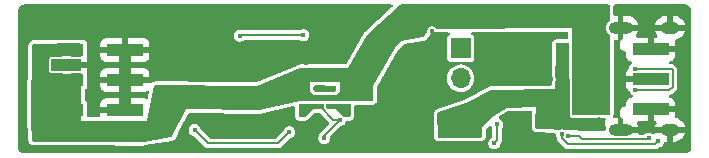
<source format=gbr>
%TF.GenerationSoftware,KiCad,Pcbnew,9.0.0*%
%TF.CreationDate,2025-04-21T19:14:20+02:00*%
%TF.ProjectId,HUSB238_3.3V_Version,48555342-3233-4385-9f33-2e33565f5665,rev?*%
%TF.SameCoordinates,Original*%
%TF.FileFunction,Copper,L2,Bot*%
%TF.FilePolarity,Positive*%
%FSLAX46Y46*%
G04 Gerber Fmt 4.6, Leading zero omitted, Abs format (unit mm)*
G04 Created by KiCad (PCBNEW 9.0.0) date 2025-04-21 19:14:20*
%MOMM*%
%LPD*%
G01*
G04 APERTURE LIST*
%TA.AperFunction,HeatsinkPad*%
%ADD10O,2.100000X1.000000*%
%TD*%
%TA.AperFunction,HeatsinkPad*%
%ADD11O,1.600000X1.000000*%
%TD*%
%TA.AperFunction,ComponentPad*%
%ADD12C,0.300000*%
%TD*%
%TA.AperFunction,ComponentPad*%
%ADD13R,2.500000X1.000000*%
%TD*%
%TA.AperFunction,ComponentPad*%
%ADD14R,1.700000X1.700000*%
%TD*%
%TA.AperFunction,ComponentPad*%
%ADD15O,1.700000X1.700000*%
%TD*%
%TA.AperFunction,SMDPad,CuDef*%
%ADD16R,3.150000X1.000000*%
%TD*%
%TA.AperFunction,ViaPad*%
%ADD17C,0.400000*%
%TD*%
%TA.AperFunction,ViaPad*%
%ADD18C,0.600000*%
%TD*%
%TA.AperFunction,ViaPad*%
%ADD19C,0.700000*%
%TD*%
%TA.AperFunction,ViaPad*%
%ADD20C,1.200000*%
%TD*%
%TA.AperFunction,ViaPad*%
%ADD21C,1.000000*%
%TD*%
%TA.AperFunction,ViaPad*%
%ADD22C,0.800000*%
%TD*%
%TA.AperFunction,Conductor*%
%ADD23C,0.200000*%
%TD*%
%TA.AperFunction,Conductor*%
%ADD24C,1.000000*%
%TD*%
G04 APERTURE END LIST*
D10*
%TO.P,J9,S1,SHIELD*%
%TO.N,GND*%
X156505750Y-117325000D03*
D11*
X160685750Y-117325000D03*
D10*
X156505750Y-108685000D03*
D11*
X160685750Y-108685000D03*
%TD*%
D12*
%TO.P,U1,1,OUT*%
%TO.N,VCC*%
X131060000Y-114650000D03*
%TO.P,U1,2,IN2*%
%TO.N,+3.3V*%
X131060000Y-115350000D03*
%TO.P,U1,7,IN1*%
%TO.N,VDD*%
X131860000Y-115350000D03*
%TO.P,U1,8,OUT*%
%TO.N,VCC*%
X131860000Y-114650000D03*
%TD*%
D13*
%TO.P,J4,1,Pin_1*%
%TO.N,GND*%
X109600000Y-111820000D03*
%TO.P,J4,2,Pin_2*%
%TO.N,VCC*%
X109600000Y-114360000D03*
%TD*%
D14*
%TO.P,N21,1,Pin_1*%
%TO.N,SDA 1*%
X142975750Y-110425000D03*
D15*
%TO.P,N21,2,Pin_2*%
%TO.N,SCL 1*%
X142975750Y-112965000D03*
%TD*%
D16*
%TO.P,J2,1,Pin_1*%
%TO.N,GND*%
X114550000Y-110550000D03*
%TO.P,J2,2,Pin_2*%
%TO.N,VCC*%
X109500000Y-110550000D03*
%TO.P,J2,3,Pin_3*%
%TO.N,GND*%
X114550000Y-113090000D03*
%TO.P,J2,4,Pin_4*%
%TO.N,VCC*%
X109500000Y-113090000D03*
%TO.P,J2,5,Pin_5*%
%TO.N,GND*%
X114550000Y-115630000D03*
%TO.P,J2,6,Pin_6*%
%TO.N,VCC*%
X109500000Y-115630000D03*
%TD*%
%TO.P,J3,1,Pin_1*%
%TO.N,GND*%
X159050000Y-110520000D03*
%TO.P,J3,2,Pin_2*%
%TO.N,VCC*%
X154000000Y-110520000D03*
%TO.P,J3,3,Pin_3*%
%TO.N,GND*%
X159050000Y-113060000D03*
%TO.P,J3,4,Pin_4*%
%TO.N,VCC*%
X154000000Y-113060000D03*
%TO.P,J3,5,Pin_5*%
%TO.N,GND*%
X159050000Y-115600000D03*
%TO.P,J3,6,Pin_6*%
%TO.N,VCC*%
X154000000Y-115600000D03*
%TD*%
D17*
%TO.N,GND*%
X140550000Y-108960000D03*
D18*
X159920000Y-113060000D03*
D17*
X132360000Y-118395000D03*
X130710000Y-113850000D03*
X149680000Y-111835000D03*
X113602500Y-107850000D03*
X130470000Y-118395000D03*
X146355000Y-113360000D03*
X150630000Y-113060000D03*
X129840000Y-111630000D03*
D18*
X159050000Y-110520000D03*
D17*
X132210000Y-113850000D03*
D18*
X138880000Y-113210000D03*
X136200000Y-113950000D03*
X159710000Y-115600000D03*
X148393250Y-116877500D03*
D17*
X135750000Y-117490000D03*
D19*
%TO.N,VDD*%
X133150000Y-115600000D03*
%TO.N,+3.3V*%
X129700000Y-115700000D03*
D17*
X132752645Y-116489807D03*
X131420000Y-118030000D03*
D20*
%TO.N,/VBUS*%
X141802875Y-116972125D03*
D17*
X120440000Y-117340000D03*
X128450000Y-117525000D03*
D21*
X154717043Y-116783290D03*
X151620000Y-110490000D03*
D20*
%TO.N,VCC*%
X117875000Y-114625000D03*
D19*
X133150000Y-114300000D03*
X129700000Y-114300000D03*
D22*
X138950000Y-108610000D03*
D17*
%TO.N,Net-(J9-D+-PadA6)*%
X157720000Y-112159998D03*
X157770000Y-113960002D03*
%TO.N,Net-(J9-CC1)*%
X159700000Y-118290000D03*
X151540000Y-117673727D03*
%TO.N,Net-(J9-CC2)*%
X152100382Y-117888144D03*
X158900000Y-118060000D03*
%TO.N,Net-(R15-Pad2)*%
X124255750Y-109365000D03*
X129652500Y-109300000D03*
%TO.N,Net-(U3-VSET)*%
X146055750Y-116875000D03*
X145800000Y-118480000D03*
%TD*%
D23*
%TO.N,GND*%
X150630000Y-113060000D02*
X150630000Y-112785000D01*
X142650000Y-111700000D02*
X143300000Y-111700000D01*
X143300000Y-111700000D02*
X143325000Y-111725000D01*
X150630000Y-112785000D02*
X149680000Y-111835000D01*
D24*
X114550000Y-115630000D02*
X114550000Y-110550000D01*
D23*
%TO.N,+3.3V*%
X131420000Y-118030000D02*
X131420000Y-117822452D01*
X131420000Y-117822452D02*
X132752645Y-116489807D01*
X132752645Y-116489807D02*
X132199807Y-116489807D01*
X132199807Y-116489807D02*
X131060000Y-115350000D01*
%TO.N,/VBUS*%
X121580000Y-118480000D02*
X127495000Y-118480000D01*
X120440000Y-117340000D02*
X121580000Y-118480000D01*
X127495000Y-118480000D02*
X128450000Y-117525000D01*
%TO.N,Net-(J9-D+-PadA6)*%
X160649998Y-113960002D02*
X157770000Y-113960002D01*
X157720002Y-112160000D02*
X160827000Y-112160000D01*
X157720000Y-112159998D02*
X157720002Y-112160000D01*
X160926000Y-113684000D02*
X160649998Y-113960002D01*
X160926000Y-112259000D02*
X160926000Y-113684000D01*
X160827000Y-112160000D02*
X160926000Y-112259000D01*
%TO.N,Net-(J9-CC1)*%
X151540000Y-117673727D02*
X151510541Y-117703186D01*
X159429000Y-118561000D02*
X159700000Y-118290000D01*
X151510541Y-117703186D02*
X151510541Y-118021600D01*
X151510541Y-118021600D02*
X152049941Y-118561000D01*
X152049941Y-118561000D02*
X159429000Y-118561000D01*
%TO.N,Net-(J9-CC2)*%
X153215271Y-118126000D02*
X158834000Y-118126000D01*
X152100382Y-117888144D02*
X152977415Y-117888144D01*
X158834000Y-118126000D02*
X158900000Y-118060000D01*
X152977415Y-117888144D02*
X153215271Y-118126000D01*
%TO.N,Net-(R15-Pad2)*%
X124320750Y-109300000D02*
X124255750Y-109365000D01*
X129652500Y-109300000D02*
X124320750Y-109300000D01*
%TO.N,Net-(U3-VSET)*%
X146055750Y-118224250D02*
X145800000Y-118480000D01*
X146055750Y-116875000D02*
X146055750Y-118224250D01*
%TD*%
%TA.AperFunction,Conductor*%
%TO.N,VCC*%
G36*
X132750000Y-114897489D02*
G01*
X132734952Y-114895793D01*
X132725468Y-114895260D01*
X132711931Y-114894500D01*
X131689500Y-114894500D01*
X131673113Y-114896262D01*
X131645822Y-114899196D01*
X131644755Y-114899369D01*
X131636916Y-114900000D01*
X131343475Y-114900000D01*
X131333915Y-114899058D01*
X131311003Y-114894500D01*
X131311000Y-114894500D01*
X130251565Y-114894500D01*
X130247578Y-114894611D01*
X130240783Y-114894802D01*
X130240775Y-114894802D01*
X130240046Y-114894823D01*
X130234560Y-114895131D01*
X130223321Y-114896072D01*
X130222971Y-114896111D01*
X130222858Y-114896136D01*
X130222720Y-114896146D01*
X130222720Y-114896140D01*
X130222545Y-114896159D01*
X130222487Y-114896164D01*
X130221738Y-114896247D01*
X130221634Y-114896262D01*
X130200048Y-114898694D01*
X130200000Y-114898699D01*
X130200000Y-114060869D01*
X130460000Y-114400000D01*
X132459999Y-114400000D01*
X132460000Y-114400000D01*
X132750000Y-114052221D01*
X132750000Y-114897489D01*
G37*
%TD.AperFunction*%
%TD*%
%TA.AperFunction,Conductor*%
%TO.N,+3.3V*%
G36*
X131345648Y-115114352D02*
G01*
X131360000Y-115149000D01*
X131360000Y-115551000D01*
X131345648Y-115585648D01*
X131311000Y-115600000D01*
X130460000Y-115600000D01*
X129889505Y-116148552D01*
X129798226Y-116236321D01*
X129764264Y-116250000D01*
X129309000Y-116250000D01*
X129274352Y-116235648D01*
X129260000Y-116201000D01*
X129260000Y-115174419D01*
X129265340Y-115161526D01*
X129267861Y-115147799D01*
X129272292Y-115144742D01*
X129274352Y-115139771D01*
X129298730Y-115126508D01*
X129391692Y-115106588D01*
X129401959Y-115105500D01*
X130200001Y-115105500D01*
X130209159Y-115104468D01*
X130245728Y-115100348D01*
X130245729Y-115100347D01*
X130246079Y-115100308D01*
X130251565Y-115100000D01*
X131311000Y-115100000D01*
X131345648Y-115114352D01*
G37*
%TD.AperFunction*%
%TD*%
%TA.AperFunction,Conductor*%
%TO.N,VDD*%
G36*
X132739526Y-115103110D02*
G01*
X132749992Y-115105499D01*
X132750000Y-115105500D01*
X133536000Y-115105500D01*
X133603039Y-115125185D01*
X133648794Y-115177989D01*
X133660000Y-115229500D01*
X133660000Y-116126000D01*
X133640315Y-116193039D01*
X133587511Y-116238794D01*
X133536000Y-116250000D01*
X133137792Y-116250000D01*
X133070753Y-116230315D01*
X133048409Y-116211945D01*
X132460001Y-115600000D01*
X132460000Y-115600000D01*
X131786333Y-115600000D01*
X131756892Y-115591355D01*
X131726906Y-115584832D01*
X131721890Y-115581077D01*
X131719294Y-115580315D01*
X131698652Y-115563681D01*
X131601819Y-115466848D01*
X131568334Y-115405525D01*
X131565500Y-115379167D01*
X131565500Y-115224000D01*
X131585185Y-115156961D01*
X131637989Y-115111206D01*
X131689500Y-115100000D01*
X132711931Y-115100000D01*
X132739526Y-115103110D01*
G37*
%TD.AperFunction*%
%TD*%
%TA.AperFunction,Conductor*%
%TO.N,GND*%
G36*
X137159654Y-106727292D02*
G01*
X137205409Y-106780096D01*
X137215353Y-106849254D01*
X137186328Y-106912810D01*
X137176108Y-106923285D01*
X134883500Y-109011194D01*
X134851358Y-109045333D01*
X134851354Y-109045336D01*
X134827530Y-109074891D01*
X134800993Y-109113544D01*
X134800988Y-109113552D01*
X133653913Y-111094868D01*
X133307048Y-111694000D01*
X133284684Y-111732628D01*
X133234059Y-111780783D01*
X133177371Y-111794500D01*
X129364468Y-111794500D01*
X129302580Y-111800834D01*
X129253384Y-111811011D01*
X129240476Y-111814500D01*
X129218025Y-111820568D01*
X129218024Y-111820568D01*
X129218022Y-111820569D01*
X129119973Y-111875254D01*
X129113226Y-111880863D01*
X129080824Y-111900307D01*
X125688775Y-113284817D01*
X125641199Y-113294010D01*
X120068884Y-113261799D01*
X120020837Y-113251810D01*
X119994834Y-113240688D01*
X119921974Y-113224443D01*
X119921820Y-113224417D01*
X119889452Y-113219014D01*
X119889445Y-113219013D01*
X119889438Y-113219012D01*
X119889440Y-113219012D01*
X119862909Y-113216044D01*
X119862888Y-113216042D01*
X119830035Y-113214152D01*
X119829995Y-113214151D01*
X119829990Y-113214151D01*
X119724241Y-113213783D01*
X117151519Y-113204849D01*
X117151494Y-113204850D01*
X117118051Y-113206571D01*
X117118039Y-113206572D01*
X117091078Y-113209448D01*
X117083261Y-113210384D01*
X116976571Y-113245357D01*
X116915320Y-113278943D01*
X116915307Y-113278951D01*
X116864650Y-113313782D01*
X116832105Y-113353794D01*
X116774531Y-113393380D01*
X116704695Y-113395555D01*
X116648229Y-113363229D01*
X116625000Y-113340000D01*
X114800000Y-113340000D01*
X114800000Y-114090000D01*
X116172828Y-114090000D01*
X116172844Y-114089999D01*
X116232372Y-114083598D01*
X116232379Y-114083596D01*
X116367086Y-114033354D01*
X116367090Y-114033352D01*
X116408744Y-114002169D01*
X116474208Y-113977750D01*
X116542481Y-113992600D01*
X116591888Y-114042004D01*
X116606741Y-114110277D01*
X116604270Y-114127578D01*
X116505231Y-114586760D01*
X116471854Y-114648142D01*
X116410590Y-114681735D01*
X116340890Y-114676874D01*
X116340685Y-114676798D01*
X116232380Y-114636403D01*
X116232372Y-114636401D01*
X116172844Y-114630000D01*
X114800000Y-114630000D01*
X114800000Y-115506000D01*
X114780315Y-115573039D01*
X114727511Y-115618794D01*
X114676000Y-115630000D01*
X114550000Y-115630000D01*
X114550000Y-115756000D01*
X114530315Y-115823039D01*
X114477511Y-115868794D01*
X114426000Y-115880000D01*
X112475000Y-115880000D01*
X112475000Y-116155051D01*
X112455315Y-116222090D01*
X112402511Y-116267845D01*
X112351447Y-116279050D01*
X111499946Y-116282119D01*
X111432836Y-116262676D01*
X111386891Y-116210038D01*
X111375499Y-116158124D01*
X111375499Y-115085136D01*
X111375499Y-115085130D01*
X111375154Y-115082155D01*
X112475000Y-115082155D01*
X112475000Y-115380000D01*
X114300000Y-115380000D01*
X114300000Y-114630000D01*
X112927155Y-114630000D01*
X112867627Y-114636401D01*
X112867620Y-114636403D01*
X112732913Y-114686645D01*
X112732906Y-114686649D01*
X112617812Y-114772809D01*
X112617809Y-114772812D01*
X112531649Y-114887906D01*
X112531645Y-114887913D01*
X112481403Y-115022620D01*
X112481401Y-115022627D01*
X112475000Y-115082155D01*
X111375154Y-115082155D01*
X111372586Y-115060012D01*
X111372585Y-115060010D01*
X111372585Y-115060009D01*
X111327206Y-114957235D01*
X111247765Y-114877794D01*
X111227781Y-114868970D01*
X111174405Y-114823884D01*
X111153878Y-114757098D01*
X111153869Y-114754971D01*
X111157483Y-113962300D01*
X111177473Y-113895353D01*
X111230485Y-113849839D01*
X111231084Y-113849570D01*
X111247765Y-113842206D01*
X111327206Y-113762765D01*
X111372585Y-113659991D01*
X111375154Y-113637844D01*
X112475000Y-113637844D01*
X112481401Y-113697372D01*
X112481403Y-113697379D01*
X112531645Y-113832086D01*
X112531649Y-113832093D01*
X112617809Y-113947187D01*
X112617812Y-113947190D01*
X112732906Y-114033350D01*
X112732913Y-114033354D01*
X112867620Y-114083596D01*
X112867627Y-114083598D01*
X112927155Y-114089999D01*
X112927172Y-114090000D01*
X114300000Y-114090000D01*
X114300000Y-113340000D01*
X112475000Y-113340000D01*
X112475000Y-113637844D01*
X111375154Y-113637844D01*
X111375500Y-113634865D01*
X111375499Y-113072506D01*
X111375499Y-112556739D01*
X111375499Y-112545136D01*
X111375153Y-112542155D01*
X112475000Y-112542155D01*
X112475000Y-112840000D01*
X114300000Y-112840000D01*
X114800000Y-112840000D01*
X116625000Y-112840000D01*
X116625000Y-112542172D01*
X116624999Y-112542155D01*
X116618598Y-112482627D01*
X116618596Y-112482620D01*
X116568354Y-112347913D01*
X116568350Y-112347906D01*
X116482190Y-112232812D01*
X116482187Y-112232809D01*
X116367093Y-112146649D01*
X116367086Y-112146645D01*
X116232379Y-112096403D01*
X116232372Y-112096401D01*
X116172844Y-112090000D01*
X114800000Y-112090000D01*
X114800000Y-112840000D01*
X114300000Y-112840000D01*
X114300000Y-112090000D01*
X112927155Y-112090000D01*
X112867627Y-112096401D01*
X112867620Y-112096403D01*
X112732913Y-112146645D01*
X112732906Y-112146649D01*
X112617812Y-112232809D01*
X112617809Y-112232812D01*
X112531649Y-112347906D01*
X112531645Y-112347913D01*
X112481403Y-112482620D01*
X112481401Y-112482627D01*
X112475000Y-112542155D01*
X111375153Y-112542155D01*
X111372585Y-112520009D01*
X111351207Y-112471594D01*
X111348859Y-112463361D01*
X111349014Y-112443098D01*
X111344812Y-112416086D01*
X111349999Y-112367844D01*
X111350000Y-112367827D01*
X111350000Y-112070000D01*
X110090748Y-112070000D01*
X110112518Y-112032292D01*
X110150000Y-111892409D01*
X110150000Y-111747591D01*
X110112518Y-111607708D01*
X110090748Y-111570000D01*
X111350000Y-111570000D01*
X111350000Y-111272172D01*
X111349999Y-111272155D01*
X111344812Y-111223914D01*
X111354667Y-111160571D01*
X111372585Y-111119991D01*
X111375154Y-111097844D01*
X112475000Y-111097844D01*
X112481401Y-111157372D01*
X112481403Y-111157379D01*
X112531645Y-111292086D01*
X112531649Y-111292093D01*
X112617809Y-111407187D01*
X112617812Y-111407190D01*
X112732906Y-111493350D01*
X112732913Y-111493354D01*
X112867620Y-111543596D01*
X112867627Y-111543598D01*
X112927155Y-111549999D01*
X112927172Y-111550000D01*
X114300000Y-111550000D01*
X114800000Y-111550000D01*
X116172828Y-111550000D01*
X116172844Y-111549999D01*
X116232372Y-111543598D01*
X116232379Y-111543596D01*
X116367086Y-111493354D01*
X116367093Y-111493350D01*
X116482187Y-111407190D01*
X116482190Y-111407187D01*
X116568350Y-111292093D01*
X116568354Y-111292086D01*
X116618596Y-111157379D01*
X116618598Y-111157372D01*
X116624999Y-111097844D01*
X116625000Y-111097827D01*
X116625000Y-110800000D01*
X114800000Y-110800000D01*
X114800000Y-111550000D01*
X114300000Y-111550000D01*
X114300000Y-110800000D01*
X112475000Y-110800000D01*
X112475000Y-111097844D01*
X111375154Y-111097844D01*
X111375500Y-111094865D01*
X111375499Y-110520000D01*
X111375499Y-110005130D01*
X111375154Y-110002155D01*
X112475000Y-110002155D01*
X112475000Y-110300000D01*
X114300000Y-110300000D01*
X114800000Y-110300000D01*
X116625000Y-110300000D01*
X116625000Y-110002172D01*
X116624999Y-110002155D01*
X116618598Y-109942627D01*
X116618596Y-109942620D01*
X116568354Y-109807913D01*
X116568350Y-109807906D01*
X116482190Y-109692812D01*
X116482187Y-109692809D01*
X116367093Y-109606649D01*
X116367086Y-109606645D01*
X116232379Y-109556403D01*
X116232372Y-109556401D01*
X116172844Y-109550000D01*
X114800000Y-109550000D01*
X114800000Y-110300000D01*
X114300000Y-110300000D01*
X114300000Y-109550000D01*
X112927155Y-109550000D01*
X112867627Y-109556401D01*
X112867620Y-109556403D01*
X112732913Y-109606645D01*
X112732906Y-109606649D01*
X112617812Y-109692809D01*
X112617809Y-109692812D01*
X112531649Y-109807906D01*
X112531645Y-109807913D01*
X112481403Y-109942620D01*
X112481401Y-109942627D01*
X112475000Y-110002155D01*
X111375154Y-110002155D01*
X111372586Y-109980012D01*
X111372585Y-109980010D01*
X111372585Y-109980009D01*
X111327206Y-109877235D01*
X111247765Y-109797794D01*
X111227441Y-109788820D01*
X111144992Y-109752415D01*
X111119868Y-109749500D01*
X111119865Y-109749500D01*
X110950381Y-109749500D01*
X110900320Y-109737755D01*
X110900081Y-109738377D01*
X110895603Y-109736648D01*
X110895234Y-109736562D01*
X110894730Y-109736312D01*
X110894726Y-109736310D01*
X110837427Y-109720079D01*
X110827499Y-109717267D01*
X110827495Y-109717266D01*
X110746798Y-109706451D01*
X110741318Y-109705717D01*
X110741317Y-109705717D01*
X110741310Y-109705716D01*
X106975261Y-109741756D01*
X106807875Y-109743358D01*
X106746896Y-109750102D01*
X106698446Y-109760465D01*
X106663965Y-109769982D01*
X106566135Y-109825048D01*
X106566124Y-109825055D01*
X106512577Y-109869926D01*
X106512572Y-109869931D01*
X106469666Y-109913956D01*
X106469663Y-109913960D01*
X106425713Y-109996970D01*
X106417131Y-110013179D01*
X106396341Y-110079882D01*
X106386764Y-110139486D01*
X106382545Y-110165740D01*
X106382544Y-110165744D01*
X106284599Y-116091394D01*
X106284578Y-116100124D01*
X106284660Y-116107072D01*
X106284890Y-116115868D01*
X106369945Y-118223317D01*
X106378049Y-118281950D01*
X106383116Y-118303170D01*
X106388738Y-118326717D01*
X106389154Y-118328457D01*
X106398742Y-118360659D01*
X106455416Y-118457563D01*
X106455421Y-118457571D01*
X106501177Y-118510376D01*
X106501187Y-118510387D01*
X106545903Y-118552548D01*
X106545905Y-118552549D01*
X106545909Y-118552553D01*
X106645985Y-118603439D01*
X106713024Y-118623124D01*
X106799096Y-118635500D01*
X111409083Y-118635500D01*
X111409611Y-118635501D01*
X116098003Y-118655451D01*
X116124259Y-118654433D01*
X116145500Y-118652692D01*
X116171575Y-118649421D01*
X118520012Y-118251545D01*
X118572348Y-118237818D01*
X118613515Y-118223016D01*
X118629805Y-118216285D01*
X118639848Y-118212136D01*
X118639849Y-118212135D01*
X118639852Y-118212134D01*
X118731013Y-118146601D01*
X118779285Y-118096088D01*
X118829803Y-118025313D01*
X119218137Y-117274108D01*
X119939500Y-117274108D01*
X119939500Y-117405892D01*
X119951587Y-117451000D01*
X119973608Y-117533187D01*
X119996697Y-117573178D01*
X120039500Y-117647314D01*
X120132686Y-117740500D01*
X120246814Y-117806392D01*
X120342014Y-117831900D01*
X120397600Y-117863993D01*
X121259519Y-118725912D01*
X121259520Y-118725913D01*
X121334087Y-118800480D01*
X121425413Y-118853207D01*
X121527273Y-118880500D01*
X121527275Y-118880500D01*
X127547725Y-118880500D01*
X127547727Y-118880500D01*
X127649588Y-118853207D01*
X127740913Y-118800480D01*
X128492399Y-118048992D01*
X128547986Y-118016900D01*
X128643183Y-117991393D01*
X128643183Y-117991392D01*
X128643186Y-117991392D01*
X128757314Y-117925500D01*
X128850500Y-117832314D01*
X128916392Y-117718186D01*
X128950500Y-117590892D01*
X128950500Y-117459108D01*
X128916392Y-117331814D01*
X128850500Y-117217686D01*
X128757314Y-117124500D01*
X128659776Y-117068186D01*
X128643187Y-117058608D01*
X128579539Y-117041554D01*
X128515892Y-117024500D01*
X128384108Y-117024500D01*
X128256812Y-117058608D01*
X128142686Y-117124500D01*
X128142683Y-117124502D01*
X128049502Y-117217683D01*
X128049500Y-117217686D01*
X127983607Y-117331814D01*
X127983607Y-117331815D01*
X127958098Y-117427014D01*
X127926005Y-117482600D01*
X127365426Y-118043181D01*
X127304103Y-118076666D01*
X127277745Y-118079500D01*
X121797255Y-118079500D01*
X121730216Y-118059815D01*
X121709574Y-118043181D01*
X120963993Y-117297600D01*
X120931900Y-117242014D01*
X120906392Y-117146814D01*
X120840500Y-117032686D01*
X120747314Y-116939500D01*
X120690250Y-116906554D01*
X120633187Y-116873608D01*
X120550035Y-116851328D01*
X120505892Y-116839500D01*
X120374108Y-116839500D01*
X120246812Y-116873608D01*
X120132686Y-116939500D01*
X120132683Y-116939502D01*
X120039502Y-117032683D01*
X120039500Y-117032686D01*
X119973608Y-117146812D01*
X119957480Y-117207005D01*
X119939500Y-117274108D01*
X119218137Y-117274108D01*
X119890924Y-115972650D01*
X119939195Y-115922139D01*
X120002126Y-115905599D01*
X125858738Y-115955372D01*
X125892227Y-115953817D01*
X125919263Y-115951069D01*
X125952381Y-115945854D01*
X128804518Y-115334681D01*
X128874194Y-115339881D01*
X128929997Y-115381926D01*
X128954211Y-115447466D01*
X128954500Y-115455928D01*
X128954500Y-116201000D01*
X128954582Y-116208059D01*
X128977756Y-116317912D01*
X128978561Y-116319855D01*
X128992111Y-116352567D01*
X128997805Y-116365465D01*
X129063377Y-116456600D01*
X129083219Y-116469528D01*
X129157440Y-116517892D01*
X129192088Y-116532244D01*
X129198641Y-116534870D01*
X129309000Y-116555500D01*
X129309003Y-116555500D01*
X129764307Y-116555500D01*
X129767902Y-116555475D01*
X129768326Y-116555473D01*
X129858807Y-116537311D01*
X129878397Y-116533379D01*
X129878398Y-116533378D01*
X129878401Y-116533378D01*
X129912363Y-116519699D01*
X129916121Y-116518156D01*
X130009971Y-116456536D01*
X130547048Y-115940115D01*
X130609014Y-115907840D01*
X130632992Y-115905500D01*
X130997745Y-115905500D01*
X131064784Y-115925185D01*
X131085426Y-115941819D01*
X131463462Y-116319855D01*
X131822152Y-116678544D01*
X131855637Y-116739867D01*
X131850653Y-116809558D01*
X131822152Y-116853906D01*
X131099522Y-117576536D01*
X131099518Y-117576542D01*
X131046791Y-117667866D01*
X131046791Y-117667868D01*
X131045247Y-117673630D01*
X131023855Y-117717009D01*
X131019499Y-117722685D01*
X130953609Y-117836810D01*
X130953609Y-117836811D01*
X130953608Y-117836813D01*
X130953608Y-117836814D01*
X130919500Y-117964108D01*
X130919500Y-118095892D01*
X130931230Y-118139670D01*
X130953608Y-118223187D01*
X130980278Y-118269380D01*
X131019500Y-118337314D01*
X131112686Y-118430500D01*
X131226814Y-118496392D01*
X131354108Y-118530500D01*
X131354110Y-118530500D01*
X131485890Y-118530500D01*
X131485892Y-118530500D01*
X131613186Y-118496392D01*
X131727314Y-118430500D01*
X131820500Y-118337314D01*
X131886392Y-118223186D01*
X131920500Y-118095892D01*
X131920500Y-117964108D01*
X131920500Y-117964107D01*
X131919668Y-117957790D01*
X131930430Y-117888754D01*
X131954922Y-117853921D01*
X132795044Y-117013799D01*
X132850627Y-116981708D01*
X132945831Y-116956199D01*
X133059959Y-116890307D01*
X133153145Y-116797121D01*
X133219037Y-116682993D01*
X133228572Y-116647404D01*
X133264937Y-116587746D01*
X133327784Y-116557217D01*
X133348347Y-116555500D01*
X133535990Y-116555500D01*
X133536000Y-116555500D01*
X133600941Y-116548518D01*
X133652452Y-116537312D01*
X133690658Y-116526354D01*
X133787571Y-116469675D01*
X133840375Y-116423920D01*
X133840382Y-116423912D01*
X133840387Y-116423908D01*
X133882548Y-116379192D01*
X133882553Y-116379187D01*
X133933439Y-116279111D01*
X133953124Y-116212072D01*
X133965500Y-116126000D01*
X133965500Y-115329500D01*
X133985185Y-115262461D01*
X134037989Y-115216706D01*
X134089500Y-115205500D01*
X135450990Y-115205500D01*
X135451000Y-115205500D01*
X135515941Y-115198518D01*
X135567452Y-115187312D01*
X135605658Y-115176354D01*
X135702571Y-115119675D01*
X135755375Y-115073920D01*
X135755382Y-115073912D01*
X135755387Y-115073908D01*
X135797548Y-115029192D01*
X135797553Y-115029187D01*
X135848439Y-114929111D01*
X135868124Y-114862072D01*
X135880500Y-114776000D01*
X135880500Y-113763675D01*
X135896736Y-113702332D01*
X137666766Y-110592819D01*
X137682947Y-110570567D01*
X138076545Y-110139485D01*
X138136283Y-110103252D01*
X138146926Y-110100920D01*
X139824188Y-109810196D01*
X139860898Y-109801468D01*
X139890151Y-109792572D01*
X139901662Y-109788820D01*
X139999112Y-109733069D01*
X140052351Y-109687820D01*
X140109918Y-109622654D01*
X140337916Y-109275229D01*
X140384601Y-109204090D01*
X140385500Y-109202711D01*
X140385576Y-109202592D01*
X140386089Y-109201803D01*
X140422939Y-109121580D01*
X140442624Y-109054541D01*
X140449564Y-109006269D01*
X140451362Y-109002334D01*
X140451037Y-108998019D01*
X140465747Y-108970834D01*
X140478590Y-108942715D01*
X140482230Y-108940375D01*
X140484290Y-108936570D01*
X140511364Y-108921652D01*
X140537368Y-108904942D01*
X140541694Y-108904942D01*
X140545486Y-108902853D01*
X140576332Y-108904942D01*
X140607238Y-108904942D01*
X140612099Y-108907364D01*
X140615196Y-108907574D01*
X140646237Y-108924372D01*
X140653676Y-108929897D01*
X140669206Y-108943583D01*
X140688160Y-108963337D01*
X140688169Y-108963345D01*
X140688180Y-108963356D01*
X140723953Y-108995208D01*
X140723954Y-108995209D01*
X140723955Y-108995209D01*
X140723957Y-108995211D01*
X140824349Y-109045473D01*
X140866911Y-109057683D01*
X140891502Y-109064738D01*
X140891510Y-109064740D01*
X140977656Y-109076579D01*
X141935530Y-109070613D01*
X142002690Y-109089880D01*
X142048772Y-109142398D01*
X142059146Y-109211493D01*
X142030518Y-109275229D01*
X141986388Y-109308045D01*
X141952984Y-109322794D01*
X141873544Y-109402234D01*
X141828165Y-109505006D01*
X141828165Y-109505008D01*
X141825250Y-109530131D01*
X141825250Y-111319856D01*
X141825252Y-111319882D01*
X141828163Y-111344987D01*
X141828165Y-111344991D01*
X141873543Y-111447764D01*
X141873544Y-111447765D01*
X141952985Y-111527206D01*
X142055759Y-111572585D01*
X142080885Y-111575500D01*
X142818623Y-111575499D01*
X142885660Y-111595183D01*
X142931415Y-111647987D01*
X142941359Y-111717146D01*
X142912334Y-111780702D01*
X142853556Y-111818476D01*
X142838020Y-111821972D01*
X142706339Y-111842829D01*
X142534113Y-111898787D01*
X142534110Y-111898788D01*
X142372752Y-111981006D01*
X142226255Y-112087441D01*
X142226250Y-112087445D01*
X142098195Y-112215500D01*
X142098191Y-112215505D01*
X141991756Y-112362002D01*
X141909538Y-112523360D01*
X141909537Y-112523363D01*
X141853579Y-112695589D01*
X141825250Y-112874448D01*
X141825250Y-113055551D01*
X141853579Y-113234410D01*
X141909537Y-113406636D01*
X141909538Y-113406639D01*
X141953853Y-113493610D01*
X141989732Y-113564026D01*
X141991756Y-113567997D01*
X142098191Y-113714494D01*
X142098195Y-113714499D01*
X142226250Y-113842554D01*
X142226255Y-113842558D01*
X142334097Y-113920909D01*
X142372756Y-113948996D01*
X142458333Y-113992600D01*
X142534110Y-114031211D01*
X142534113Y-114031212D01*
X142620226Y-114059191D01*
X142706341Y-114087171D01*
X142789179Y-114100291D01*
X142885199Y-114115500D01*
X142885204Y-114115500D01*
X143066301Y-114115500D01*
X143153009Y-114101765D01*
X143245159Y-114087171D01*
X143417389Y-114031211D01*
X143578744Y-113948996D01*
X143725251Y-113842553D01*
X143853303Y-113714501D01*
X143959746Y-113567994D01*
X144041961Y-113406639D01*
X144097921Y-113234409D01*
X144112515Y-113142259D01*
X144126250Y-113055551D01*
X144126250Y-112874448D01*
X144109769Y-112770397D01*
X144097921Y-112695591D01*
X144054028Y-112560500D01*
X144041962Y-112523363D01*
X144041961Y-112523360D01*
X144005916Y-112452620D01*
X143959746Y-112362006D01*
X143927706Y-112317906D01*
X143853308Y-112215505D01*
X143853304Y-112215500D01*
X143725249Y-112087445D01*
X143725244Y-112087441D01*
X143578747Y-111981006D01*
X143578746Y-111981005D01*
X143578744Y-111981004D01*
X143527050Y-111954664D01*
X143417389Y-111898788D01*
X143417386Y-111898787D01*
X143245160Y-111842829D01*
X143113478Y-111821972D01*
X143050344Y-111792042D01*
X143013413Y-111732731D01*
X143014411Y-111662868D01*
X143053021Y-111604636D01*
X143116985Y-111576522D01*
X143132870Y-111575499D01*
X143870614Y-111575499D01*
X143870629Y-111575497D01*
X143870632Y-111575497D01*
X143895737Y-111572586D01*
X143895738Y-111572585D01*
X143895741Y-111572585D01*
X143998515Y-111527206D01*
X144077956Y-111447765D01*
X144123335Y-111344991D01*
X144126250Y-111319865D01*
X144126249Y-109530136D01*
X144126247Y-109530117D01*
X144123336Y-109505012D01*
X144123335Y-109505010D01*
X144123335Y-109505009D01*
X144077956Y-109402235D01*
X143998515Y-109322794D01*
X143936197Y-109295278D01*
X143882821Y-109250192D01*
X143862294Y-109183406D01*
X143881132Y-109116124D01*
X143933356Y-109069707D01*
X143985508Y-109057846D01*
X151959728Y-109008185D01*
X152026889Y-109027452D01*
X152072971Y-109079970D01*
X152084500Y-109132183D01*
X152084500Y-109523175D01*
X152064815Y-109590214D01*
X152012011Y-109635969D01*
X151961454Y-109647171D01*
X151130702Y-109653561D01*
X151130692Y-109653562D01*
X151119741Y-109654803D01*
X151066952Y-109660788D01*
X151058379Y-109662687D01*
X151016400Y-109671989D01*
X151016383Y-109671993D01*
X150979345Y-109682693D01*
X150979337Y-109682697D01*
X150882432Y-109739372D01*
X150882428Y-109739374D01*
X150829623Y-109785130D01*
X150829612Y-109785140D01*
X150787451Y-109829856D01*
X150787445Y-109829865D01*
X150736560Y-109929939D01*
X150716877Y-109996970D01*
X150716876Y-109996977D01*
X150704956Y-110079882D01*
X150704500Y-110083051D01*
X150704500Y-111086516D01*
X150704484Y-111088509D01*
X150676510Y-112828477D01*
X150676510Y-112828478D01*
X150686252Y-112910072D01*
X150686256Y-112910091D01*
X150702845Y-112974058D01*
X150702847Y-112974064D01*
X150707027Y-112984272D01*
X150712051Y-112999169D01*
X150719751Y-113027905D01*
X150719749Y-113092101D01*
X150716775Y-113103197D01*
X150711373Y-113119003D01*
X150696697Y-113154038D01*
X150696692Y-113154051D01*
X150680098Y-113214043D01*
X150680098Y-113214044D01*
X150669079Y-113290589D01*
X150666085Y-113476799D01*
X150645325Y-113543513D01*
X150591792Y-113588413D01*
X150542996Y-113598802D01*
X145579670Y-113634641D01*
X145579658Y-113634642D01*
X145507979Y-113643706D01*
X145451449Y-113657801D01*
X145451444Y-113657803D01*
X145383891Y-113683454D01*
X145383875Y-113683461D01*
X143286888Y-114779096D01*
X143269190Y-114786658D01*
X140976392Y-115562023D01*
X140959708Y-115568213D01*
X140946351Y-115573614D01*
X140857597Y-115628791D01*
X140805439Y-115675289D01*
X140763903Y-115720603D01*
X140714430Y-115821382D01*
X140695688Y-115888699D01*
X140684527Y-115974925D01*
X140684527Y-115974930D01*
X140711519Y-117891422D01*
X140719203Y-117955332D01*
X140719206Y-117955345D01*
X140727464Y-117991392D01*
X140730813Y-118006006D01*
X140733546Y-118015206D01*
X140741866Y-118043212D01*
X140799307Y-118139660D01*
X140799311Y-118139666D01*
X140799314Y-118139670D01*
X140845488Y-118192109D01*
X140890560Y-118233933D01*
X140991039Y-118284020D01*
X141058233Y-118303170D01*
X141144396Y-118314859D01*
X144669617Y-118286807D01*
X144731512Y-118279968D01*
X144731520Y-118279966D01*
X144731522Y-118279966D01*
X144745408Y-118276975D01*
X144780674Y-118269379D01*
X144816025Y-118259509D01*
X144913614Y-118204001D01*
X144966965Y-118158885D01*
X145009677Y-118114664D01*
X145061765Y-118015208D01*
X145082256Y-117948411D01*
X145095668Y-117862496D01*
X145102279Y-117313714D01*
X145122770Y-117246919D01*
X145133367Y-117233082D01*
X145364301Y-116971906D01*
X145423455Y-116934724D01*
X145493321Y-116935424D01*
X145551717Y-116973786D01*
X145569909Y-117002359D01*
X145574265Y-117011859D01*
X145589358Y-117068186D01*
X145641541Y-117158570D01*
X145643964Y-117163853D01*
X145647003Y-117184762D01*
X145655250Y-117215539D01*
X145655250Y-117914051D01*
X145635565Y-117981090D01*
X145593251Y-118021438D01*
X145492686Y-118079500D01*
X145492683Y-118079502D01*
X145399502Y-118172683D01*
X145399500Y-118172686D01*
X145333608Y-118286812D01*
X145320076Y-118337316D01*
X145299500Y-118414108D01*
X145299500Y-118545892D01*
X145301285Y-118552553D01*
X145333608Y-118673187D01*
X145360113Y-118719094D01*
X145399500Y-118787314D01*
X145492686Y-118880500D01*
X145606814Y-118946392D01*
X145734108Y-118980500D01*
X145734110Y-118980500D01*
X145865890Y-118980500D01*
X145865892Y-118980500D01*
X145993186Y-118946392D01*
X146107314Y-118880500D01*
X146200500Y-118787314D01*
X146266392Y-118673186D01*
X146271884Y-118652691D01*
X146285080Y-118603439D01*
X146291899Y-118577986D01*
X146323992Y-118522400D01*
X146376230Y-118470163D01*
X146428957Y-118378838D01*
X146456250Y-118276977D01*
X146456250Y-118171523D01*
X146456250Y-117215539D01*
X146472862Y-117153540D01*
X146522142Y-117068186D01*
X146556250Y-116940892D01*
X146556250Y-116809108D01*
X146522142Y-116681814D01*
X146456250Y-116567686D01*
X146363064Y-116474500D01*
X146249397Y-116408874D01*
X146201182Y-116358306D01*
X146187960Y-116289699D01*
X146213928Y-116224835D01*
X146248267Y-116194761D01*
X146983039Y-115760169D01*
X147043034Y-115742940D01*
X148880135Y-115696674D01*
X148947649Y-115714665D01*
X148994719Y-115766300D01*
X149007241Y-115822656D01*
X148986551Y-117091709D01*
X148992309Y-117155934D01*
X148992311Y-117155945D01*
X149002403Y-117206995D01*
X149002405Y-117207005D01*
X149012365Y-117244613D01*
X149012366Y-117244615D01*
X149012367Y-117244618D01*
X149028762Y-117274106D01*
X149066923Y-117342744D01*
X149084958Y-117364496D01*
X149111517Y-117396530D01*
X149155321Y-117439672D01*
X149176356Y-117450951D01*
X149254265Y-117492725D01*
X149254271Y-117492727D01*
X149306181Y-117509205D01*
X149320861Y-117513865D01*
X149363752Y-117520988D01*
X149406636Y-117528111D01*
X149406637Y-117528111D01*
X149406643Y-117528112D01*
X150749879Y-117557361D01*
X150783317Y-117562715D01*
X150791971Y-117565351D01*
X150832804Y-117584644D01*
X150910838Y-117605118D01*
X150944118Y-117611898D01*
X150945333Y-117612075D01*
X150951639Y-117613997D01*
X150976120Y-117630083D01*
X151002012Y-117643779D01*
X151004978Y-117649045D01*
X151010031Y-117652365D01*
X151021928Y-117679132D01*
X151036306Y-117704653D01*
X151037355Y-117713839D01*
X151038410Y-117716212D01*
X151037959Y-117719132D01*
X151039500Y-117732614D01*
X151039500Y-117739619D01*
X151073581Y-117866814D01*
X151073609Y-117866915D01*
X151073610Y-117866918D01*
X151093427Y-117901241D01*
X151110041Y-117963242D01*
X151110041Y-118074326D01*
X151137334Y-118176189D01*
X151146523Y-118192104D01*
X151190061Y-118267513D01*
X151804028Y-118881480D01*
X151895353Y-118934207D01*
X151997214Y-118961500D01*
X151997216Y-118961500D01*
X159481725Y-118961500D01*
X159481727Y-118961500D01*
X159583588Y-118934207D01*
X159674913Y-118881480D01*
X159742398Y-118813993D01*
X159797986Y-118781899D01*
X159844156Y-118769528D01*
X159893184Y-118756393D01*
X159893184Y-118756392D01*
X159893186Y-118756392D01*
X160007314Y-118690500D01*
X160100500Y-118597314D01*
X160166392Y-118483186D01*
X160184151Y-118416906D01*
X160220516Y-118357246D01*
X160283363Y-118326717D01*
X160303926Y-118325000D01*
X160435750Y-118325000D01*
X160435750Y-117625000D01*
X160935750Y-117625000D01*
X160935750Y-118325000D01*
X161084242Y-118325000D01*
X161084245Y-118324999D01*
X161277431Y-118286572D01*
X161277443Y-118286569D01*
X161459421Y-118211192D01*
X161459434Y-118211185D01*
X161623212Y-118101751D01*
X161623216Y-118101748D01*
X161762498Y-117962466D01*
X161762501Y-117962462D01*
X161871935Y-117798684D01*
X161871942Y-117798671D01*
X161947319Y-117616692D01*
X161947319Y-117616690D01*
X161955612Y-117575000D01*
X161152738Y-117575000D01*
X161169955Y-117565060D01*
X161225810Y-117509205D01*
X161265306Y-117440796D01*
X161285750Y-117364496D01*
X161285750Y-117285504D01*
X161265306Y-117209204D01*
X161225810Y-117140795D01*
X161169955Y-117084940D01*
X161152738Y-117075000D01*
X161955612Y-117075000D01*
X161947319Y-117033309D01*
X161947319Y-117033307D01*
X161871942Y-116851328D01*
X161871935Y-116851315D01*
X161762501Y-116687537D01*
X161762498Y-116687533D01*
X161623216Y-116548251D01*
X161623212Y-116548248D01*
X161459434Y-116438814D01*
X161459421Y-116438807D01*
X161277443Y-116363430D01*
X161277431Y-116363427D01*
X161216546Y-116351316D01*
X161154635Y-116318931D01*
X161120061Y-116258215D01*
X161120069Y-116215334D01*
X161117769Y-116215087D01*
X161124999Y-116147844D01*
X161125000Y-116147827D01*
X161125000Y-115850000D01*
X159300000Y-115850000D01*
X159300000Y-116600000D01*
X159435501Y-116600000D01*
X159502540Y-116619685D01*
X159548295Y-116672489D01*
X159558239Y-116741647D01*
X159538603Y-116792891D01*
X159499564Y-116851315D01*
X159499557Y-116851328D01*
X159424180Y-117033307D01*
X159424180Y-117033309D01*
X159415888Y-117075000D01*
X160218762Y-117075000D01*
X160201545Y-117084940D01*
X160145690Y-117140795D01*
X160106194Y-117209204D01*
X160085750Y-117285504D01*
X160085750Y-117364496D01*
X160106194Y-117440796D01*
X160145690Y-117509205D01*
X160201545Y-117565060D01*
X160218762Y-117575000D01*
X159415886Y-117575000D01*
X159404705Y-117588623D01*
X159402787Y-117610057D01*
X159359922Y-117665233D01*
X159294032Y-117688475D01*
X159226035Y-117672405D01*
X159211912Y-117663028D01*
X159207318Y-117659502D01*
X159093187Y-117593608D01*
X158986642Y-117565060D01*
X158965892Y-117559500D01*
X158834108Y-117559500D01*
X158706812Y-117593608D01*
X158592686Y-117659500D01*
X158592683Y-117659502D01*
X158563005Y-117689181D01*
X158501682Y-117722666D01*
X158475324Y-117725500D01*
X158146771Y-117725500D01*
X158079732Y-117705815D01*
X158033977Y-117653011D01*
X158024033Y-117583853D01*
X158025154Y-117577309D01*
X158025613Y-117575000D01*
X157222738Y-117575000D01*
X157239955Y-117565060D01*
X157295810Y-117509205D01*
X157335306Y-117440796D01*
X157355750Y-117364496D01*
X157355750Y-117285504D01*
X157335306Y-117209204D01*
X157295810Y-117140795D01*
X157239955Y-117084940D01*
X157222738Y-117075000D01*
X158025612Y-117075000D01*
X158017319Y-117033309D01*
X158017319Y-117033307D01*
X157941942Y-116851328D01*
X157941935Y-116851315D01*
X157902897Y-116792891D01*
X157882019Y-116726214D01*
X157900503Y-116658834D01*
X157952482Y-116612143D01*
X158005999Y-116600000D01*
X158800000Y-116600000D01*
X158800000Y-115724000D01*
X158819685Y-115656961D01*
X158872489Y-115611206D01*
X158924000Y-115600000D01*
X159050000Y-115600000D01*
X159050000Y-115474000D01*
X159069685Y-115406961D01*
X159122489Y-115361206D01*
X159174000Y-115350000D01*
X161125000Y-115350000D01*
X161125000Y-115052172D01*
X161124999Y-115052155D01*
X161118598Y-114992627D01*
X161118596Y-114992620D01*
X161068354Y-114857913D01*
X161068350Y-114857906D01*
X160982190Y-114742812D01*
X160982187Y-114742809D01*
X160867093Y-114656649D01*
X160867086Y-114656645D01*
X160732379Y-114606403D01*
X160732374Y-114606402D01*
X160717099Y-114604759D01*
X160652549Y-114578018D01*
X160612704Y-114520624D01*
X160610213Y-114450798D01*
X160645868Y-114390711D01*
X160698268Y-114361695D01*
X160702720Y-114360502D01*
X160702725Y-114360502D01*
X160804586Y-114333209D01*
X160895911Y-114280482D01*
X161171911Y-114004481D01*
X161171913Y-114004480D01*
X161246480Y-113929913D01*
X161278188Y-113874993D01*
X161299207Y-113838588D01*
X161326500Y-113736727D01*
X161326500Y-113631273D01*
X161326500Y-112206273D01*
X161313335Y-112157140D01*
X161299207Y-112104412D01*
X161246480Y-112013087D01*
X161072913Y-111839520D01*
X161027250Y-111813156D01*
X160981589Y-111786793D01*
X160930657Y-111773146D01*
X160879727Y-111759500D01*
X160879726Y-111759500D01*
X160755705Y-111759500D01*
X160688666Y-111739815D01*
X160642911Y-111687011D01*
X160632967Y-111617853D01*
X160661992Y-111554297D01*
X160720770Y-111516523D01*
X160727194Y-111514822D01*
X160732379Y-111513596D01*
X160867086Y-111463354D01*
X160867093Y-111463350D01*
X160982187Y-111377190D01*
X160982190Y-111377187D01*
X161068350Y-111262093D01*
X161068354Y-111262086D01*
X161118596Y-111127379D01*
X161118598Y-111127372D01*
X161124999Y-111067844D01*
X161125000Y-111067827D01*
X161125000Y-110770000D01*
X159174000Y-110770000D01*
X159106961Y-110750315D01*
X159061206Y-110697511D01*
X159050000Y-110646000D01*
X159050000Y-110520000D01*
X158924000Y-110520000D01*
X158856961Y-110500315D01*
X158811206Y-110447511D01*
X158800000Y-110396000D01*
X158800000Y-109520000D01*
X159300000Y-109520000D01*
X159300000Y-110270000D01*
X161125000Y-110270000D01*
X161125000Y-109972172D01*
X161124999Y-109972155D01*
X161118598Y-109912627D01*
X161118597Y-109912623D01*
X161088110Y-109830883D01*
X161083126Y-109761191D01*
X161116611Y-109699868D01*
X161177934Y-109666383D01*
X161180102Y-109665931D01*
X161277440Y-109646570D01*
X161277443Y-109646569D01*
X161459421Y-109571192D01*
X161459434Y-109571185D01*
X161623212Y-109461751D01*
X161623216Y-109461748D01*
X161762498Y-109322466D01*
X161762501Y-109322462D01*
X161871935Y-109158684D01*
X161871942Y-109158671D01*
X161947319Y-108976692D01*
X161947319Y-108976690D01*
X161955612Y-108935000D01*
X161152738Y-108935000D01*
X161169955Y-108925060D01*
X161225810Y-108869205D01*
X161265306Y-108800796D01*
X161285750Y-108724496D01*
X161285750Y-108645504D01*
X161265306Y-108569204D01*
X161225810Y-108500795D01*
X161169955Y-108444940D01*
X161152738Y-108435000D01*
X161955612Y-108435000D01*
X161947319Y-108393309D01*
X161947319Y-108393307D01*
X161871942Y-108211328D01*
X161871935Y-108211315D01*
X161762501Y-108047537D01*
X161762498Y-108047533D01*
X161623216Y-107908251D01*
X161623212Y-107908248D01*
X161459434Y-107798814D01*
X161459421Y-107798807D01*
X161277443Y-107723430D01*
X161277431Y-107723427D01*
X161084245Y-107685000D01*
X160935750Y-107685000D01*
X160935750Y-108385000D01*
X160435750Y-108385000D01*
X160435750Y-107685000D01*
X160287254Y-107685000D01*
X160094068Y-107723427D01*
X160094056Y-107723430D01*
X159912078Y-107798807D01*
X159912065Y-107798814D01*
X159748287Y-107908248D01*
X159748283Y-107908251D01*
X159609001Y-108047533D01*
X159608998Y-108047537D01*
X159499564Y-108211315D01*
X159499557Y-108211328D01*
X159424180Y-108393307D01*
X159424180Y-108393309D01*
X159415888Y-108435000D01*
X160218762Y-108435000D01*
X160201545Y-108444940D01*
X160145690Y-108500795D01*
X160106194Y-108569204D01*
X160085750Y-108645504D01*
X160085750Y-108724496D01*
X160106194Y-108800796D01*
X160145690Y-108869205D01*
X160201545Y-108925060D01*
X160218762Y-108935000D01*
X159415888Y-108935000D01*
X159424180Y-108976690D01*
X159424180Y-108976692D01*
X159499557Y-109158671D01*
X159499564Y-109158684D01*
X159612103Y-109327109D01*
X159632981Y-109393786D01*
X159614497Y-109461167D01*
X159562518Y-109507857D01*
X159509001Y-109520000D01*
X159300000Y-109520000D01*
X158800000Y-109520000D01*
X157932499Y-109520000D01*
X157865460Y-109500315D01*
X157819705Y-109447511D01*
X157809761Y-109378353D01*
X157829397Y-109327109D01*
X157941935Y-109158684D01*
X157941942Y-109158671D01*
X158017319Y-108976692D01*
X158017319Y-108976690D01*
X158025612Y-108935000D01*
X157222738Y-108935000D01*
X157239955Y-108925060D01*
X157295810Y-108869205D01*
X157335306Y-108800796D01*
X157355750Y-108724496D01*
X157355750Y-108645504D01*
X157335306Y-108569204D01*
X157295810Y-108500795D01*
X157239955Y-108444940D01*
X157222738Y-108435000D01*
X158025612Y-108435000D01*
X158017319Y-108393309D01*
X158017319Y-108393307D01*
X157941942Y-108211328D01*
X157941935Y-108211315D01*
X157832501Y-108047537D01*
X157832498Y-108047533D01*
X157693216Y-107908251D01*
X157693212Y-107908248D01*
X157529434Y-107798814D01*
X157529421Y-107798807D01*
X157347443Y-107723430D01*
X157347431Y-107723427D01*
X157154245Y-107685000D01*
X156755750Y-107685000D01*
X156755750Y-108385000D01*
X156255750Y-108385000D01*
X156255750Y-107685000D01*
X156036529Y-107685000D01*
X155969490Y-107665315D01*
X155923735Y-107612511D01*
X155912533Y-107561976D01*
X155910336Y-107282996D01*
X155906790Y-106832581D01*
X155925946Y-106765391D01*
X155978388Y-106719222D01*
X156030786Y-106707607D01*
X161934108Y-106707607D01*
X161993040Y-106707607D01*
X162006922Y-106708387D01*
X162022910Y-106710188D01*
X162097266Y-106718565D01*
X162124331Y-106724743D01*
X162203540Y-106752460D01*
X162228547Y-106764502D01*
X162299603Y-106809151D01*
X162321308Y-106826460D01*
X162380639Y-106885791D01*
X162397952Y-106907500D01*
X162442596Y-106978550D01*
X162454644Y-107003569D01*
X162482356Y-107082769D01*
X162488534Y-107109840D01*
X162498719Y-107200245D01*
X162499499Y-107214127D01*
X162499499Y-107282983D01*
X162499500Y-107282996D01*
X162499500Y-118727037D01*
X162499494Y-118727060D01*
X162499499Y-118781899D01*
X162499499Y-118786005D01*
X162499498Y-118786008D01*
X162498720Y-118799878D01*
X162488549Y-118890207D01*
X162482372Y-118917280D01*
X162454665Y-118996477D01*
X162442616Y-119021499D01*
X162397984Y-119092534D01*
X162380670Y-119114245D01*
X162321346Y-119173569D01*
X162299634Y-119190884D01*
X162228593Y-119235519D01*
X162203572Y-119247567D01*
X162124382Y-119275272D01*
X162097307Y-119281450D01*
X162006923Y-119291626D01*
X161993037Y-119292404D01*
X161926064Y-119292397D01*
X161925942Y-119292405D01*
X106006962Y-119292405D01*
X105993078Y-119291625D01*
X105981355Y-119290304D01*
X105902734Y-119281445D01*
X105875665Y-119275267D01*
X105796461Y-119247553D01*
X105771442Y-119235504D01*
X105700394Y-119190861D01*
X105678686Y-119173550D01*
X105619349Y-119114214D01*
X105602037Y-119092505D01*
X105557420Y-119021499D01*
X105557396Y-119021459D01*
X105545348Y-118996443D01*
X105517632Y-118917234D01*
X105511454Y-118890164D01*
X105510475Y-118881479D01*
X105501280Y-118799868D01*
X105500500Y-118785984D01*
X105500500Y-109299108D01*
X123755250Y-109299108D01*
X123755250Y-109430891D01*
X123789358Y-109558187D01*
X123817722Y-109607314D01*
X123855250Y-109672314D01*
X123948436Y-109765500D01*
X124023780Y-109809000D01*
X124059903Y-109829856D01*
X124062564Y-109831392D01*
X124189858Y-109865500D01*
X124189860Y-109865500D01*
X124321640Y-109865500D01*
X124321642Y-109865500D01*
X124448936Y-109831392D01*
X124563064Y-109765500D01*
X124591745Y-109736819D01*
X124653068Y-109703334D01*
X124679426Y-109700500D01*
X129311960Y-109700500D01*
X129373960Y-109717113D01*
X129407214Y-109736312D01*
X129459314Y-109766392D01*
X129586608Y-109800500D01*
X129586610Y-109800500D01*
X129718390Y-109800500D01*
X129718392Y-109800500D01*
X129845686Y-109766392D01*
X129959814Y-109700500D01*
X130053000Y-109607314D01*
X130118892Y-109493186D01*
X130153000Y-109365892D01*
X130153000Y-109234108D01*
X130118892Y-109106814D01*
X130053000Y-108992686D01*
X129959814Y-108899500D01*
X129899192Y-108864500D01*
X129845687Y-108833608D01*
X129782039Y-108816554D01*
X129718392Y-108799500D01*
X129586608Y-108799500D01*
X129459314Y-108833608D01*
X129459313Y-108833608D01*
X129459311Y-108833609D01*
X129459310Y-108833609D01*
X129373960Y-108882887D01*
X129311960Y-108899500D01*
X124468589Y-108899500D01*
X124436497Y-108895275D01*
X124321642Y-108864500D01*
X124189858Y-108864500D01*
X124062562Y-108898608D01*
X123948436Y-108964500D01*
X123948433Y-108964502D01*
X123855252Y-109057683D01*
X123855250Y-109057686D01*
X123789358Y-109171812D01*
X123755250Y-109299108D01*
X105500500Y-109299108D01*
X105500500Y-107272972D01*
X105500507Y-107272946D01*
X105500501Y-107214003D01*
X105501277Y-107200149D01*
X105511449Y-107109786D01*
X105517623Y-107082730D01*
X105545335Y-107003519D01*
X105557378Y-106978511D01*
X105602017Y-106907463D01*
X105619325Y-106885758D01*
X105678656Y-106826427D01*
X105700358Y-106809120D01*
X105771409Y-106764478D01*
X105796420Y-106752434D01*
X105875623Y-106724725D01*
X105902683Y-106718550D01*
X105992984Y-106708384D01*
X106006830Y-106707607D01*
X106065842Y-106707614D01*
X106065868Y-106707607D01*
X137092615Y-106707607D01*
X137159654Y-106727292D01*
G37*
%TD.AperFunction*%
%TA.AperFunction,Conductor*%
G36*
X156755750Y-109523215D02*
G01*
X156736065Y-109590254D01*
X156693752Y-109630601D01*
X156652388Y-109654483D01*
X156652382Y-109654487D01*
X156545237Y-109761632D01*
X156545235Y-109761635D01*
X156469469Y-109892863D01*
X156430250Y-110039234D01*
X156430250Y-110190765D01*
X156469469Y-110337136D01*
X156503455Y-110396000D01*
X156545235Y-110468365D01*
X156652385Y-110575515D01*
X156783615Y-110651281D01*
X156883095Y-110677936D01*
X156942753Y-110714300D01*
X156973283Y-110777146D01*
X156975000Y-110797710D01*
X156975000Y-111067844D01*
X156981401Y-111127372D01*
X156981403Y-111127379D01*
X157031645Y-111262086D01*
X157031649Y-111262093D01*
X157117809Y-111377187D01*
X157117812Y-111377190D01*
X157232906Y-111463350D01*
X157232913Y-111463354D01*
X157367620Y-111513596D01*
X157367619Y-111513596D01*
X157386747Y-111515653D01*
X157451298Y-111542391D01*
X157491146Y-111599784D01*
X157493640Y-111669609D01*
X157457988Y-111729698D01*
X157435495Y-111746329D01*
X157412686Y-111759498D01*
X157412683Y-111759500D01*
X157319502Y-111852681D01*
X157319500Y-111852684D01*
X157253608Y-111966812D01*
X157241210Y-112013084D01*
X157219687Y-112093407D01*
X157183322Y-112153067D01*
X157174224Y-112160579D01*
X157117814Y-112202807D01*
X157117808Y-112202814D01*
X157031649Y-112317906D01*
X157031645Y-112317913D01*
X156981403Y-112452620D01*
X156981401Y-112452627D01*
X156975000Y-112512155D01*
X156975000Y-112810000D01*
X158926000Y-112810000D01*
X158993039Y-112829685D01*
X159038794Y-112882489D01*
X159050000Y-112934000D01*
X159050000Y-113186000D01*
X159030315Y-113253039D01*
X158977511Y-113298794D01*
X158926000Y-113310000D01*
X156975000Y-113310000D01*
X156975000Y-113607844D01*
X156981401Y-113667372D01*
X156981403Y-113667379D01*
X157031645Y-113802086D01*
X157031649Y-113802093D01*
X157117809Y-113917187D01*
X157117812Y-113917190D01*
X157236769Y-114006242D01*
X157278640Y-114062176D01*
X157282231Y-114073410D01*
X157303608Y-114153188D01*
X157369500Y-114267316D01*
X157462686Y-114360502D01*
X157477643Y-114369138D01*
X157525858Y-114419705D01*
X157539080Y-114488312D01*
X157513112Y-114553176D01*
X157456198Y-114593704D01*
X157428899Y-114599813D01*
X157367626Y-114606401D01*
X157367620Y-114606403D01*
X157232913Y-114656645D01*
X157232906Y-114656649D01*
X157117812Y-114742809D01*
X157117809Y-114742812D01*
X157031649Y-114857906D01*
X157031645Y-114857913D01*
X156981403Y-114992620D01*
X156981401Y-114992627D01*
X156975000Y-115052155D01*
X156975000Y-115212289D01*
X156955315Y-115279328D01*
X156902511Y-115325083D01*
X156883094Y-115332063D01*
X156783615Y-115358719D01*
X156783613Y-115358719D01*
X156783613Y-115358720D01*
X156652385Y-115434485D01*
X156652382Y-115434487D01*
X156545237Y-115541632D01*
X156545235Y-115541635D01*
X156469469Y-115672863D01*
X156444433Y-115766300D01*
X156430250Y-115819234D01*
X156430250Y-115970766D01*
X156431366Y-115974930D01*
X156469469Y-116117136D01*
X156502800Y-116174865D01*
X156545235Y-116248365D01*
X156652385Y-116355515D01*
X156669621Y-116365466D01*
X156693750Y-116379397D01*
X156741966Y-116429964D01*
X156755750Y-116486784D01*
X156755750Y-117025000D01*
X156255750Y-117025000D01*
X156255750Y-116325000D01*
X155992656Y-116325000D01*
X155975137Y-116319855D01*
X155956876Y-116319726D01*
X155942306Y-116310215D01*
X155925617Y-116305315D01*
X155913660Y-116291516D01*
X155898368Y-116281534D01*
X155891253Y-116265657D01*
X155879862Y-116252511D01*
X155877263Y-116234436D01*
X155869796Y-116217773D01*
X155871375Y-116193491D01*
X155869918Y-116183353D01*
X155870047Y-116182480D01*
X155871594Y-116172233D01*
X155872585Y-116169991D01*
X155874742Y-116151391D01*
X155875058Y-116149305D01*
X155876152Y-116146953D01*
X155882426Y-116122047D01*
X155883428Y-116119521D01*
X155883439Y-116119500D01*
X155903124Y-116052461D01*
X155915500Y-115966389D01*
X155915500Y-109809000D01*
X155935185Y-109741961D01*
X155987989Y-109696206D01*
X156039500Y-109685000D01*
X156255750Y-109685000D01*
X156255750Y-108985000D01*
X156755750Y-108985000D01*
X156755750Y-109523215D01*
G37*
%TD.AperFunction*%
%TA.AperFunction,Conductor*%
G36*
X132322931Y-113597184D02*
G01*
X132389572Y-113618179D01*
X132434283Y-113671870D01*
X132444500Y-113721160D01*
X132444500Y-113896644D01*
X132437374Y-113920909D01*
X132434250Y-113946009D01*
X132426140Y-113959169D01*
X132424815Y-113963683D01*
X132415734Y-113976057D01*
X132354148Y-114049913D01*
X132296097Y-114088794D01*
X132258914Y-114094500D01*
X130671917Y-114094500D01*
X130604878Y-114074815D01*
X130573511Y-114045947D01*
X130531091Y-113990616D01*
X130505926Y-113925438D01*
X130505500Y-113915173D01*
X130505500Y-113688002D01*
X130525185Y-113620963D01*
X130577989Y-113575208D01*
X130631930Y-113564026D01*
X132322931Y-113597184D01*
G37*
%TD.AperFunction*%
%TD*%
%TA.AperFunction,Conductor*%
%TO.N,VCC*%
G36*
X110811465Y-110030245D02*
G01*
X110857723Y-110082609D01*
X110869426Y-110135762D01*
X110865504Y-110996065D01*
X110845514Y-111063014D01*
X110792502Y-111108528D01*
X110741505Y-111119500D01*
X110025316Y-111119500D01*
X109977864Y-111110061D01*
X109833501Y-111050264D01*
X109833489Y-111050261D01*
X109678845Y-111019500D01*
X109678842Y-111019500D01*
X109521158Y-111019500D01*
X109521155Y-111019500D01*
X109366510Y-111050261D01*
X109366498Y-111050264D01*
X109222136Y-111110061D01*
X109174684Y-111119500D01*
X108330247Y-111119500D01*
X108271770Y-111131131D01*
X108271769Y-111131132D01*
X108205447Y-111175447D01*
X108161132Y-111241769D01*
X108161131Y-111241770D01*
X108149500Y-111300247D01*
X108149500Y-112339752D01*
X108161131Y-112398229D01*
X108161132Y-112398230D01*
X108205447Y-112464552D01*
X108271769Y-112508867D01*
X108271770Y-112508868D01*
X108330247Y-112520499D01*
X108330250Y-112520500D01*
X108330252Y-112520500D01*
X109174684Y-112520500D01*
X109222136Y-112529939D01*
X109366498Y-112589735D01*
X109366503Y-112589737D01*
X109521153Y-112620499D01*
X109521156Y-112620500D01*
X109521158Y-112620500D01*
X109678844Y-112620500D01*
X109678845Y-112620499D01*
X109833497Y-112589737D01*
X109908963Y-112558478D01*
X109977864Y-112529939D01*
X110025316Y-112520500D01*
X110733987Y-112520500D01*
X110801026Y-112540185D01*
X110846781Y-112592989D01*
X110857986Y-112645065D01*
X110840000Y-116589999D01*
X110840000Y-116590000D01*
X116390000Y-116570000D01*
X117028819Y-113608200D01*
X117062195Y-113546821D01*
X117123459Y-113513228D01*
X117150454Y-113510348D01*
X119828929Y-113519649D01*
X119855484Y-113522620D01*
X119928351Y-113538867D01*
X119925938Y-113566479D01*
X119925937Y-113566479D01*
X117075000Y-113550000D01*
X117050000Y-115575000D01*
X119740762Y-115597867D01*
X119740762Y-115597868D01*
X118558420Y-117885022D01*
X118510148Y-117935535D01*
X118468981Y-117950337D01*
X116120544Y-118348213D01*
X116099303Y-118349954D01*
X112367651Y-118334075D01*
X111410000Y-118330000D01*
X111409971Y-118330000D01*
X106799096Y-118330000D01*
X106732057Y-118310315D01*
X106686302Y-118257511D01*
X106675197Y-118211000D01*
X106608968Y-116570000D01*
X106590141Y-116103516D01*
X106590058Y-116096475D01*
X106688003Y-110170787D01*
X106708793Y-110104084D01*
X106762346Y-110059208D01*
X106810798Y-110048844D01*
X110744241Y-110011203D01*
X110811465Y-110030245D01*
G37*
%TD.AperFunction*%
%TD*%
%TA.AperFunction,Conductor*%
%TO.N,/VBUS*%
G36*
X151170000Y-116300000D02*
G01*
X152341779Y-116285533D01*
X152346769Y-116288867D01*
X152346772Y-116288867D01*
X152346773Y-116288868D01*
X152405247Y-116300499D01*
X152405250Y-116300500D01*
X152405252Y-116300500D01*
X152512800Y-116300500D01*
X152530060Y-116301707D01*
X152532618Y-116302066D01*
X152554269Y-116305110D01*
X154019712Y-116300500D01*
X154020102Y-116300500D01*
X155112999Y-116300500D01*
X155180038Y-116320185D01*
X155224414Y-116371398D01*
X155233604Y-116624115D01*
X155233604Y-116624129D01*
X155255919Y-117237783D01*
X155255924Y-117246649D01*
X155255668Y-117253901D01*
X155255250Y-117256007D01*
X155255250Y-117265805D01*
X155255173Y-117267994D01*
X155244815Y-117299168D01*
X155235565Y-117330673D01*
X155233524Y-117333156D01*
X155233144Y-117334300D01*
X155231481Y-117335641D01*
X155220388Y-117349137D01*
X150910879Y-117255295D01*
X149413294Y-117222684D01*
X149346699Y-117201544D01*
X149302105Y-117147757D01*
X149292010Y-117096691D01*
X149299715Y-116624127D01*
X149320000Y-115380000D01*
X149319999Y-115380000D01*
X146923669Y-115440350D01*
X146923667Y-115440350D01*
X145638727Y-116200348D01*
X145638724Y-116200350D01*
X144798726Y-117150348D01*
X144798726Y-117150349D01*
X144790190Y-117858815D01*
X144769699Y-117925612D01*
X144716348Y-117970728D01*
X144667186Y-117981317D01*
X141141965Y-118009369D01*
X141074771Y-117990219D01*
X141028597Y-117937780D01*
X141016990Y-117887119D01*
X140989997Y-115970632D01*
X141008736Y-115903325D01*
X141060890Y-115856831D01*
X141074257Y-115851425D01*
X143398726Y-115065350D01*
X145525360Y-113954225D01*
X145581880Y-113940133D01*
X151140000Y-113900000D01*
X151170000Y-116300000D01*
G37*
%TD.AperFunction*%
%TD*%
%TA.AperFunction,Conductor*%
%TO.N,VCC*%
G36*
X133425000Y-114900000D02*
G01*
X132750000Y-114900000D01*
X132750000Y-113300000D01*
X130200000Y-113249999D01*
X130200000Y-113250000D01*
X130200000Y-114900000D01*
X129375000Y-114900000D01*
X129400000Y-112100000D01*
X129260000Y-112157142D01*
X129260000Y-112157140D01*
X129261544Y-112154843D01*
X129315272Y-112110177D01*
X129364468Y-112100000D01*
X133424999Y-112100000D01*
X133425000Y-112100000D01*
X133425000Y-114900000D01*
G37*
%TD.AperFunction*%
%TD*%
%TA.AperFunction,Conductor*%
%TO.N,VCC*%
G36*
X155544308Y-106727292D02*
G01*
X155590063Y-106780096D01*
X155601265Y-106830631D01*
X155609996Y-107939492D01*
X155610000Y-107940468D01*
X155610000Y-108007259D01*
X155590315Y-108074298D01*
X155554892Y-108110360D01*
X155509208Y-108140886D01*
X155509201Y-108140892D01*
X155411638Y-108238454D01*
X155411635Y-108238458D01*
X155334978Y-108353182D01*
X155334971Y-108353195D01*
X155282171Y-108480667D01*
X155282168Y-108480677D01*
X155255250Y-108616004D01*
X155255250Y-108616007D01*
X155255250Y-108753993D01*
X155255250Y-108753995D01*
X155255249Y-108753995D01*
X155282168Y-108889322D01*
X155282171Y-108889332D01*
X155334971Y-109016804D01*
X155334978Y-109016817D01*
X155411635Y-109131541D01*
X155411638Y-109131545D01*
X155509205Y-109229112D01*
X155509208Y-109229114D01*
X155554891Y-109259638D01*
X155599695Y-109313249D01*
X155610000Y-109362740D01*
X155610000Y-115966389D01*
X155590315Y-116033428D01*
X155537511Y-116079183D01*
X155486390Y-116090388D01*
X154846954Y-116092398D01*
X154822377Y-116090017D01*
X154786038Y-116082790D01*
X154786036Y-116082790D01*
X154648050Y-116082790D01*
X154648049Y-116082790D01*
X154607547Y-116090845D01*
X154583749Y-116093226D01*
X152553623Y-116099611D01*
X152486522Y-116080138D01*
X152440601Y-116027478D01*
X152429235Y-115976382D01*
X152390002Y-109630323D01*
X152390000Y-109629556D01*
X152390000Y-108700000D01*
X140975753Y-108771085D01*
X140908592Y-108751818D01*
X140877242Y-108719147D01*
X140875430Y-108720538D01*
X140870478Y-108714085D01*
X140795914Y-108639521D01*
X140795913Y-108639520D01*
X140704587Y-108586793D01*
X140602727Y-108559500D01*
X140497273Y-108559500D01*
X140395413Y-108586793D01*
X140395410Y-108586794D01*
X140304085Y-108639521D01*
X140229521Y-108714085D01*
X140176794Y-108805410D01*
X140176793Y-108805413D01*
X140149500Y-108907273D01*
X140149500Y-108968469D01*
X140129815Y-109035508D01*
X140129170Y-109036502D01*
X139854505Y-109455039D01*
X139801266Y-109500288D01*
X139772013Y-109509184D01*
X137950001Y-109824999D01*
X137424999Y-110400000D01*
X135575000Y-113649998D01*
X135575000Y-114776000D01*
X135555315Y-114843039D01*
X135502511Y-114888794D01*
X135451000Y-114900000D01*
X133425000Y-114900000D01*
X133425000Y-112100000D01*
X135065379Y-109266616D01*
X135089195Y-109237071D01*
X137831156Y-106739928D01*
X137893975Y-106709343D01*
X137914649Y-106707607D01*
X155477269Y-106707607D01*
X155544308Y-106727292D01*
G37*
%TD.AperFunction*%
%TD*%
%TA.AperFunction,Conductor*%
%TO.N,VCC*%
G36*
X129375000Y-114900000D02*
G01*
X126293073Y-115560413D01*
X125888370Y-115647135D01*
X125861334Y-115649883D01*
X119740763Y-115597867D01*
X119740762Y-115597867D01*
X117050000Y-115575000D01*
X117075000Y-113550000D01*
X125566119Y-113599081D01*
X125724998Y-113600000D01*
X125724998Y-113599999D01*
X125725000Y-113600000D01*
X129400000Y-112100000D01*
X129375000Y-114900000D01*
G37*
%TD.AperFunction*%
%TD*%
%TA.AperFunction,Conductor*%
%TO.N,/VBUS*%
G36*
X155220387Y-117349137D02*
G01*
X155217212Y-117353002D01*
X155184072Y-117384879D01*
X155181039Y-117381726D01*
X155147762Y-117409622D01*
X155098102Y-117420000D01*
X154132288Y-117420000D01*
X154128055Y-117419928D01*
X151792327Y-117340139D01*
X151734562Y-117323599D01*
X151707890Y-117308200D01*
X151694587Y-117300520D01*
X151592727Y-117273227D01*
X151487273Y-117273227D01*
X151385413Y-117300520D01*
X151385410Y-117300521D01*
X151374096Y-117307053D01*
X151307869Y-117323590D01*
X151015604Y-117313607D01*
X150988369Y-117309620D01*
X150910335Y-117289146D01*
X150910879Y-117255295D01*
X155220387Y-117349137D01*
G37*
%TD.AperFunction*%
%TA.AperFunction,Conductor*%
G36*
X155225793Y-116372989D02*
G01*
X155236980Y-116426617D01*
X155233604Y-116624115D01*
X155224414Y-116371398D01*
X155225793Y-116372989D01*
G37*
%TD.AperFunction*%
%TA.AperFunction,Conductor*%
G36*
X152129484Y-109971073D02*
G01*
X152175644Y-110023523D01*
X152187247Y-110075134D01*
X152223739Y-115977659D01*
X152223935Y-115980949D01*
X152223913Y-115980950D01*
X152224500Y-115991371D01*
X152224500Y-116119752D01*
X152236131Y-116178229D01*
X152236132Y-116178231D01*
X152259902Y-116213804D01*
X152259903Y-116213805D01*
X152280448Y-116244552D01*
X152290028Y-116250953D01*
X152290000Y-116260000D01*
X152303498Y-116259953D01*
X152341780Y-116285533D01*
X151170000Y-116300000D01*
X151140000Y-113900000D01*
X150964802Y-113901265D01*
X150974541Y-113295494D01*
X150991139Y-113235489D01*
X151003206Y-113214589D01*
X151003207Y-113214587D01*
X151030500Y-113112727D01*
X151030500Y-113007273D01*
X151003207Y-112905413D01*
X150998565Y-112897374D01*
X150981971Y-112833387D01*
X151010000Y-111090000D01*
X151010000Y-110083049D01*
X151029685Y-110016010D01*
X151082489Y-109970255D01*
X151133043Y-109959053D01*
X152062296Y-109951905D01*
X152129484Y-109971073D01*
G37*
%TD.AperFunction*%
%TD*%
M02*

</source>
